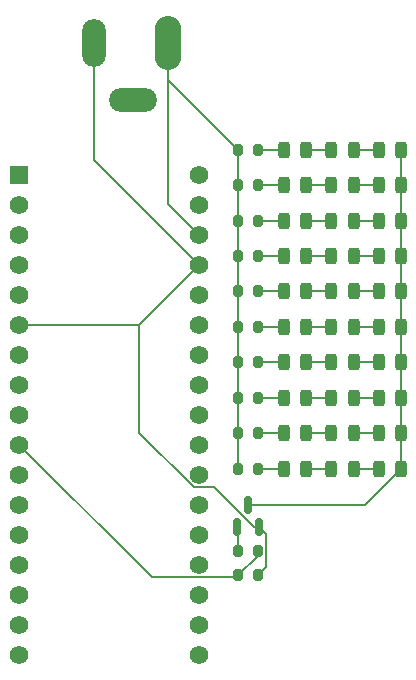
<source format=gbr>
%TF.GenerationSoftware,KiCad,Pcbnew,9.0.2*%
%TF.CreationDate,2025-06-26T16:26:35-07:00*%
%TF.ProjectId,basic-test,62617369-632d-4746-9573-742e6b696361,rev?*%
%TF.SameCoordinates,Original*%
%TF.FileFunction,Copper,L1,Top*%
%TF.FilePolarity,Positive*%
%FSLAX46Y46*%
G04 Gerber Fmt 4.6, Leading zero omitted, Abs format (unit mm)*
G04 Created by KiCad (PCBNEW 9.0.2) date 2025-06-26 16:26:35*
%MOMM*%
%LPD*%
G01*
G04 APERTURE LIST*
G04 Aperture macros list*
%AMRoundRect*
0 Rectangle with rounded corners*
0 $1 Rounding radius*
0 $2 $3 $4 $5 $6 $7 $8 $9 X,Y pos of 4 corners*
0 Add a 4 corners polygon primitive as box body*
4,1,4,$2,$3,$4,$5,$6,$7,$8,$9,$2,$3,0*
0 Add four circle primitives for the rounded corners*
1,1,$1+$1,$2,$3*
1,1,$1+$1,$4,$5*
1,1,$1+$1,$6,$7*
1,1,$1+$1,$8,$9*
0 Add four rect primitives between the rounded corners*
20,1,$1+$1,$2,$3,$4,$5,0*
20,1,$1+$1,$4,$5,$6,$7,0*
20,1,$1+$1,$6,$7,$8,$9,0*
20,1,$1+$1,$8,$9,$2,$3,0*%
G04 Aperture macros list end*
%TA.AperFunction,SMDPad,CuDef*%
%ADD10RoundRect,0.242500X0.242500X0.457500X-0.242500X0.457500X-0.242500X-0.457500X0.242500X-0.457500X0*%
%TD*%
%TA.AperFunction,SMDPad,CuDef*%
%ADD11RoundRect,0.200000X-0.200000X-0.275000X0.200000X-0.275000X0.200000X0.275000X-0.200000X0.275000X0*%
%TD*%
%TA.AperFunction,SMDPad,CuDef*%
%ADD12RoundRect,0.150000X0.150000X-0.590000X0.150000X0.590000X-0.150000X0.590000X-0.150000X-0.590000X0*%
%TD*%
%TA.AperFunction,ComponentPad*%
%ADD13R,1.574800X1.574800*%
%TD*%
%TA.AperFunction,ComponentPad*%
%ADD14C,1.574800*%
%TD*%
%TA.AperFunction,ComponentPad*%
%ADD15O,2.280000X4.560000*%
%TD*%
%TA.AperFunction,ComponentPad*%
%ADD16O,4.050000X2.025000*%
%TD*%
%TA.AperFunction,ComponentPad*%
%ADD17O,2.025000X4.050000*%
%TD*%
%TA.AperFunction,Conductor*%
%ADD18C,0.200000*%
%TD*%
G04 APERTURE END LIST*
D10*
%TO.P,D2,2*%
%TO.N,Net-(D1-Pad1)*%
X139060000Y-80000000D03*
%TO.P,D2,1*%
%TO.N,Net-(D2-Pad1)*%
X140940000Y-80000000D03*
%TD*%
D11*
%TO.P,R12,1*%
%TO.N,Net-(U1-5(PWM))*%
X131180000Y-116000000D03*
%TO.P,R12,2*%
%TO.N,GND*%
X132820000Y-116000000D03*
%TD*%
%TO.P,R11,2*%
%TO.N,Net-(U1-5(PWM))*%
X132820000Y-114000000D03*
%TO.P,R11,1*%
%TO.N,Net-(Q1-G)*%
X131180000Y-114000000D03*
%TD*%
%TO.P,R10,1*%
%TO.N,+7.5V*%
X131180000Y-107000000D03*
%TO.P,R10,2*%
%TO.N,Net-(D28-Pad2)*%
X132820000Y-107000000D03*
%TD*%
%TO.P,R9,1*%
%TO.N,+7.5V*%
X131180000Y-104000000D03*
%TO.P,R9,2*%
%TO.N,Net-(D25-Pad2)*%
X132820000Y-104000000D03*
%TD*%
%TO.P,R8,1*%
%TO.N,+7.5V*%
X131180000Y-101000000D03*
%TO.P,R8,2*%
%TO.N,Net-(D22-Pad2)*%
X132820000Y-101000000D03*
%TD*%
%TO.P,R7,1*%
%TO.N,+7.5V*%
X131180000Y-98000000D03*
%TO.P,R7,2*%
%TO.N,Net-(D19-Pad2)*%
X132820000Y-98000000D03*
%TD*%
%TO.P,R6,1*%
%TO.N,+7.5V*%
X131180000Y-95000000D03*
%TO.P,R6,2*%
%TO.N,Net-(D16-Pad2)*%
X132820000Y-95000000D03*
%TD*%
%TO.P,R5,1*%
%TO.N,+7.5V*%
X131180000Y-92000000D03*
%TO.P,R5,2*%
%TO.N,Net-(D13-Pad2)*%
X132820000Y-92000000D03*
%TD*%
%TO.P,R4,1*%
%TO.N,+7.5V*%
X131180000Y-89000000D03*
%TO.P,R4,2*%
%TO.N,Net-(D10-Pad2)*%
X132820000Y-89000000D03*
%TD*%
%TO.P,R3,1*%
%TO.N,+7.5V*%
X131180000Y-86000000D03*
%TO.P,R3,2*%
%TO.N,Net-(D7-Pad2)*%
X132820000Y-86000000D03*
%TD*%
%TO.P,R2,1*%
%TO.N,+7.5V*%
X131180000Y-83000000D03*
%TO.P,R2,2*%
%TO.N,Net-(D4-Pad2)*%
X132820000Y-83000000D03*
%TD*%
%TO.P,R1,1*%
%TO.N,+7.5V*%
X131180000Y-80000000D03*
%TO.P,R1,2*%
%TO.N,Net-(D1-Pad2)*%
X132820000Y-80000000D03*
%TD*%
D12*
%TO.P,Q1,1,G*%
%TO.N,Net-(Q1-G)*%
X131050000Y-111940000D03*
%TO.P,Q1,2,S*%
%TO.N,GND*%
X132950000Y-111940000D03*
%TO.P,Q1,3,D*%
%TO.N,Net-(Q1-D)*%
X132000000Y-110060000D03*
%TD*%
D10*
%TO.P,D30,1*%
%TO.N,Net-(Q1-D)*%
X144940000Y-107000000D03*
%TO.P,D30,2*%
%TO.N,Net-(D29-Pad1)*%
X143060000Y-107000000D03*
%TD*%
%TO.P,D29,1*%
%TO.N,Net-(D29-Pad1)*%
X140940000Y-107000000D03*
%TO.P,D29,2*%
%TO.N,Net-(D28-Pad1)*%
X139060000Y-107000000D03*
%TD*%
%TO.P,D28,1*%
%TO.N,Net-(D28-Pad1)*%
X136940000Y-107000000D03*
%TO.P,D28,2*%
%TO.N,Net-(D28-Pad2)*%
X135060000Y-107000000D03*
%TD*%
%TO.P,D27,1*%
%TO.N,Net-(Q1-D)*%
X144940000Y-104000000D03*
%TO.P,D27,2*%
%TO.N,Net-(D26-Pad1)*%
X143060000Y-104000000D03*
%TD*%
%TO.P,D26,1*%
%TO.N,Net-(D26-Pad1)*%
X140940000Y-104000000D03*
%TO.P,D26,2*%
%TO.N,Net-(D25-Pad1)*%
X139060000Y-104000000D03*
%TD*%
%TO.P,D25,1*%
%TO.N,Net-(D25-Pad1)*%
X136940000Y-104000000D03*
%TO.P,D25,2*%
%TO.N,Net-(D25-Pad2)*%
X135060000Y-104000000D03*
%TD*%
%TO.P,D24,1*%
%TO.N,Net-(Q1-D)*%
X144940000Y-101000000D03*
%TO.P,D24,2*%
%TO.N,Net-(D23-Pad1)*%
X143060000Y-101000000D03*
%TD*%
%TO.P,D23,1*%
%TO.N,Net-(D23-Pad1)*%
X140940000Y-101000000D03*
%TO.P,D23,2*%
%TO.N,Net-(D22-Pad1)*%
X139060000Y-101000000D03*
%TD*%
%TO.P,D22,1*%
%TO.N,Net-(D22-Pad1)*%
X136940000Y-101000000D03*
%TO.P,D22,2*%
%TO.N,Net-(D22-Pad2)*%
X135060000Y-101000000D03*
%TD*%
%TO.P,D21,1*%
%TO.N,Net-(Q1-D)*%
X144940000Y-98000000D03*
%TO.P,D21,2*%
%TO.N,Net-(D20-Pad1)*%
X143060000Y-98000000D03*
%TD*%
%TO.P,D20,1*%
%TO.N,Net-(D20-Pad1)*%
X140940000Y-98000000D03*
%TO.P,D20,2*%
%TO.N,Net-(D19-Pad1)*%
X139060000Y-98000000D03*
%TD*%
%TO.P,D19,1*%
%TO.N,Net-(D19-Pad1)*%
X136940000Y-98000000D03*
%TO.P,D19,2*%
%TO.N,Net-(D19-Pad2)*%
X135060000Y-98000000D03*
%TD*%
%TO.P,D18,1*%
%TO.N,Net-(Q1-D)*%
X144940000Y-95000000D03*
%TO.P,D18,2*%
%TO.N,Net-(D17-Pad1)*%
X143060000Y-95000000D03*
%TD*%
%TO.P,D17,1*%
%TO.N,Net-(D17-Pad1)*%
X140940000Y-95000000D03*
%TO.P,D17,2*%
%TO.N,Net-(D16-Pad1)*%
X139060000Y-95000000D03*
%TD*%
%TO.P,D16,1*%
%TO.N,Net-(D16-Pad1)*%
X136940000Y-95000000D03*
%TO.P,D16,2*%
%TO.N,Net-(D16-Pad2)*%
X135060000Y-95000000D03*
%TD*%
%TO.P,D15,1*%
%TO.N,Net-(Q1-D)*%
X144940000Y-92000000D03*
%TO.P,D15,2*%
%TO.N,Net-(D14-Pad1)*%
X143060000Y-92000000D03*
%TD*%
%TO.P,D14,1*%
%TO.N,Net-(D14-Pad1)*%
X140940000Y-92000000D03*
%TO.P,D14,2*%
%TO.N,Net-(D13-Pad1)*%
X139060000Y-92000000D03*
%TD*%
%TO.P,D13,1*%
%TO.N,Net-(D13-Pad1)*%
X136940000Y-92000000D03*
%TO.P,D13,2*%
%TO.N,Net-(D13-Pad2)*%
X135060000Y-92000000D03*
%TD*%
%TO.P,D12,1*%
%TO.N,Net-(Q1-D)*%
X144940000Y-89000000D03*
%TO.P,D12,2*%
%TO.N,Net-(D11-Pad1)*%
X143060000Y-89000000D03*
%TD*%
%TO.P,D11,1*%
%TO.N,Net-(D11-Pad1)*%
X140940000Y-89000000D03*
%TO.P,D11,2*%
%TO.N,Net-(D10-Pad1)*%
X139060000Y-89000000D03*
%TD*%
%TO.P,D10,1*%
%TO.N,Net-(D10-Pad1)*%
X136940000Y-89000000D03*
%TO.P,D10,2*%
%TO.N,Net-(D10-Pad2)*%
X135060000Y-89000000D03*
%TD*%
%TO.P,D9,1*%
%TO.N,Net-(Q1-D)*%
X144940000Y-86000000D03*
%TO.P,D9,2*%
%TO.N,Net-(D8-Pad1)*%
X143060000Y-86000000D03*
%TD*%
%TO.P,D8,1*%
%TO.N,Net-(D8-Pad1)*%
X140940000Y-86000000D03*
%TO.P,D8,2*%
%TO.N,Net-(D7-Pad1)*%
X139060000Y-86000000D03*
%TD*%
%TO.P,D7,1*%
%TO.N,Net-(D7-Pad1)*%
X136940000Y-86000000D03*
%TO.P,D7,2*%
%TO.N,Net-(D7-Pad2)*%
X135060000Y-86000000D03*
%TD*%
%TO.P,D6,1*%
%TO.N,Net-(Q1-D)*%
X144940000Y-83000000D03*
%TO.P,D6,2*%
%TO.N,Net-(D5-Pad1)*%
X143060000Y-83000000D03*
%TD*%
%TO.P,D5,1*%
%TO.N,Net-(D5-Pad1)*%
X140940000Y-83000000D03*
%TO.P,D5,2*%
%TO.N,Net-(D4-Pad1)*%
X139060000Y-83000000D03*
%TD*%
%TO.P,D4,1*%
%TO.N,Net-(D4-Pad1)*%
X136940000Y-83000000D03*
%TO.P,D4,2*%
%TO.N,Net-(D4-Pad2)*%
X135060000Y-83000000D03*
%TD*%
%TO.P,D3,1*%
%TO.N,Net-(Q1-D)*%
X144940000Y-80000000D03*
%TO.P,D3,2*%
%TO.N,Net-(D2-Pad1)*%
X143060000Y-80000000D03*
%TD*%
D13*
%TO.P,U1,1,MOSI*%
%TO.N,unconnected-(U1-MOSI-Pad1)*%
X112630000Y-82100000D03*
D14*
%TO.P,U1,2,RX_LED/SS*%
%TO.N,unconnected-(U1-RX_LED{slash}SS-Pad2)*%
X112630000Y-84640000D03*
%TO.P,U1,3,1/TX*%
%TO.N,unconnected-(U1-1{slash}TX-Pad3)*%
X112630000Y-87180000D03*
%TO.P,U1,4,0/RX*%
%TO.N,unconnected-(U1-0{slash}RX-Pad4)*%
X112630000Y-89720000D03*
%TO.P,U1,5,RESET*%
%TO.N,unconnected-(U1-RESET-Pad30)*%
X112630000Y-92260000D03*
%TO.P,U1,6,GND*%
%TO.N,GND*%
X112630000Y-94800000D03*
%TO.P,U1,7,2/SDA*%
%TO.N,unconnected-(U1-2{slash}SDA-Pad7)*%
X112630000Y-97340000D03*
%TO.P,U1,8,3(PWM)/SCL*%
%TO.N,unconnected-(U1-3(PWM){slash}SCL-Pad8)*%
X112630000Y-99880000D03*
%TO.P,U1,9,4/A6*%
%TO.N,unconnected-(U1-4{slash}A6-Pad9)*%
X112630000Y-102420000D03*
%TO.P,U1,10,5(PWM)*%
%TO.N,Net-(U1-5(PWM))*%
X112630000Y-104960000D03*
%TO.P,U1,11,6(PWM)/A7*%
%TO.N,unconnected-(U1-6(PWM){slash}A7-Pad11)*%
X112630000Y-107500000D03*
%TO.P,U1,12,7*%
%TO.N,unconnected-(U1-7-Pad12)*%
X112630000Y-110040000D03*
%TO.P,U1,13,8/A8*%
%TO.N,unconnected-(U1-8{slash}A8-Pad13)*%
X112630000Y-112580000D03*
%TO.P,U1,14,9(PWM)/A9*%
%TO.N,unconnected-(U1-9(PWM){slash}A9-Pad14)*%
X112630000Y-115120000D03*
%TO.P,U1,15,10(PWM)/A10*%
%TO.N,unconnected-(U1-10(PWM){slash}A10-Pad15)*%
X112630000Y-117660000D03*
%TO.P,U1,16,11(PWM)*%
%TO.N,unconnected-(U1-11(PWM)-Pad16)*%
X112630000Y-120200000D03*
%TO.P,U1,17,12/A11*%
%TO.N,unconnected-(U1-12{slash}A11-Pad17)*%
X112630000Y-122740000D03*
%TO.P,U1,18,13(PWM)*%
%TO.N,unconnected-(U1-13(PWM)-Pad18)*%
X127870000Y-122740000D03*
%TO.P,U1,19,3.3V*%
%TO.N,unconnected-(U1-3.3V-Pad19)*%
X127870000Y-120200000D03*
%TO.P,U1,20,AREF*%
%TO.N,unconnected-(U1-AREF-Pad20)*%
X127870000Y-117660000D03*
%TO.P,U1,21,A0*%
%TO.N,unconnected-(U1-A0-Pad21)*%
X127870000Y-115120000D03*
%TO.P,U1,22,A1*%
%TO.N,unconnected-(U1-A1-Pad22)*%
X127870000Y-112580000D03*
%TO.P,U1,23,A2*%
%TO.N,unconnected-(U1-A2-Pad23)*%
X127870000Y-110040000D03*
%TO.P,U1,24,A3*%
%TO.N,unconnected-(U1-A3-Pad24)*%
X127870000Y-107500000D03*
%TO.P,U1,25,A4*%
%TO.N,unconnected-(U1-A4-Pad25)*%
X127870000Y-104960000D03*
%TO.P,U1,26,A5*%
%TO.N,unconnected-(U1-A5-Pad26)*%
X127870000Y-102420000D03*
%TO.P,U1,27*%
%TO.N,N/C*%
X127870000Y-99880000D03*
%TO.P,U1,28*%
X127870000Y-97340000D03*
%TO.P,U1,29,+5V*%
%TO.N,unconnected-(U1-+5V-Pad29)*%
X127870000Y-94800000D03*
%TO.P,U1,30,RESET*%
%TO.N,unconnected-(U1-RESET-Pad30)_1*%
X127870000Y-92260000D03*
%TO.P,U1,31,GND*%
%TO.N,GND*%
X127870000Y-89720000D03*
%TO.P,U1,32,VIN*%
%TO.N,+7.5V*%
X127870000Y-87180000D03*
%TO.P,U1,33,MISO*%
%TO.N,unconnected-(U1-MISO-Pad33)*%
X127870000Y-84640000D03*
%TO.P,U1,34,SCK*%
%TO.N,unconnected-(U1-SCK-Pad34)*%
X127870000Y-82100000D03*
%TD*%
D15*
%TO.P,J1,PIN*%
%TO.N,+7.5V*%
X125250000Y-71000000D03*
D16*
%TO.P,J1,SHUNT*%
%TO.N,unconnected-(J1-PadSHUNT)*%
X122250000Y-75800000D03*
D17*
%TO.P,J1,SLEEVE*%
%TO.N,GND*%
X119000000Y-71000000D03*
%TD*%
D10*
%TO.P,D1,1*%
%TO.N,Net-(D1-Pad1)*%
X136940000Y-80000000D03*
%TO.P,D1,2*%
%TO.N,Net-(D1-Pad2)*%
X135060000Y-80000000D03*
%TD*%
D18*
%TO.N,GND*%
X122790000Y-103959231D02*
X122790000Y-94800000D01*
X127419169Y-108588400D02*
X122790000Y-103959231D01*
X132498032Y-111940000D02*
X129146432Y-108588400D01*
X129146432Y-108588400D02*
X127419169Y-108588400D01*
X132950000Y-111940000D02*
X132498032Y-111940000D01*
%TO.N,+7.5V*%
X125250000Y-84560000D02*
X127870000Y-87180000D01*
X125250000Y-71000000D02*
X125250000Y-84560000D01*
X125250000Y-71000000D02*
X125250000Y-74070000D01*
X125250000Y-74070000D02*
X131180000Y-80000000D01*
%TO.N,GND*%
X119000000Y-80850000D02*
X127870000Y-89720000D01*
X119000000Y-71000000D02*
X119000000Y-80850000D01*
X122790000Y-94800000D02*
X127870000Y-89720000D01*
X112630000Y-94800000D02*
X122790000Y-94800000D01*
%TO.N,Net-(U1-5(PWM))*%
X123878400Y-116208400D02*
X112630000Y-104960000D01*
X130971600Y-116208400D02*
X123878400Y-116208400D01*
X131180000Y-116000000D02*
X130971600Y-116208400D01*
%TO.N,Net-(Q1-G)*%
X131180000Y-112070000D02*
X131050000Y-111940000D01*
X131180000Y-114000000D02*
X131180000Y-112070000D01*
%TO.N,Net-(U1-5(PWM))*%
X132820000Y-114360000D02*
X131180000Y-116000000D01*
X132820000Y-114000000D02*
X132820000Y-114360000D01*
%TO.N,GND*%
X133521000Y-112511000D02*
X133521000Y-115299000D01*
X132950000Y-111940000D02*
X133521000Y-112511000D01*
X133521000Y-115299000D02*
X132820000Y-116000000D01*
%TO.N,Net-(Q1-D)*%
X141880000Y-110060000D02*
X144940000Y-107000000D01*
X132000000Y-110060000D02*
X141880000Y-110060000D01*
%TO.N,Net-(D1-Pad2)*%
X135060000Y-80000000D02*
X132820000Y-80000000D01*
%TO.N,Net-(D1-Pad1)*%
X139060000Y-80000000D02*
X136940000Y-80000000D01*
%TO.N,Net-(D2-Pad1)*%
X143060000Y-80000000D02*
X140940000Y-80000000D01*
%TO.N,Net-(D5-Pad1)*%
X140940000Y-83000000D02*
X143060000Y-83000000D01*
%TO.N,Net-(D4-Pad1)*%
X136940000Y-83000000D02*
X139060000Y-83000000D01*
%TO.N,Net-(D4-Pad2)*%
X132820000Y-83000000D02*
X135060000Y-83000000D01*
%TO.N,Net-(D7-Pad2)*%
X135060000Y-86000000D02*
X132820000Y-86000000D01*
%TO.N,Net-(D7-Pad1)*%
X139060000Y-86000000D02*
X136940000Y-86000000D01*
%TO.N,Net-(D8-Pad1)*%
X143060000Y-86000000D02*
X140940000Y-86000000D01*
%TO.N,Net-(D11-Pad1)*%
X140940000Y-89000000D02*
X143060000Y-89000000D01*
%TO.N,Net-(D10-Pad1)*%
X136940000Y-89000000D02*
X139060000Y-89000000D01*
%TO.N,Net-(D10-Pad2)*%
X132820000Y-89000000D02*
X135060000Y-89000000D01*
%TO.N,Net-(D13-Pad2)*%
X135060000Y-92000000D02*
X132820000Y-92000000D01*
%TO.N,Net-(D13-Pad1)*%
X139060000Y-92000000D02*
X136940000Y-92000000D01*
%TO.N,Net-(D14-Pad1)*%
X143060000Y-92000000D02*
X140940000Y-92000000D01*
%TO.N,Net-(D17-Pad1)*%
X140940000Y-95000000D02*
X143060000Y-95000000D01*
%TO.N,Net-(D16-Pad1)*%
X136940000Y-95000000D02*
X139060000Y-95000000D01*
%TO.N,Net-(D16-Pad2)*%
X132820000Y-95000000D02*
X135060000Y-95000000D01*
%TO.N,Net-(D19-Pad2)*%
X135060000Y-98000000D02*
X132820000Y-98000000D01*
%TO.N,Net-(D19-Pad1)*%
X139060000Y-98000000D02*
X136940000Y-98000000D01*
%TO.N,Net-(D20-Pad1)*%
X143060000Y-98000000D02*
X140940000Y-98000000D01*
%TO.N,Net-(D23-Pad1)*%
X140940000Y-101000000D02*
X143060000Y-101000000D01*
%TO.N,Net-(D22-Pad1)*%
X136940000Y-101000000D02*
X139060000Y-101000000D01*
%TO.N,Net-(D22-Pad2)*%
X132820000Y-101000000D02*
X135060000Y-101000000D01*
%TO.N,Net-(D25-Pad2)*%
X135060000Y-104000000D02*
X132820000Y-104000000D01*
%TO.N,Net-(D25-Pad1)*%
X139060000Y-104000000D02*
X136940000Y-104000000D01*
%TO.N,Net-(D26-Pad1)*%
X143060000Y-104000000D02*
X140940000Y-104000000D01*
%TO.N,Net-(D29-Pad1)*%
X140940000Y-107000000D02*
X143060000Y-107000000D01*
%TO.N,Net-(D28-Pad1)*%
X136940000Y-107000000D02*
X139060000Y-107000000D01*
%TO.N,Net-(D28-Pad2)*%
X132820000Y-107000000D02*
X135060000Y-107000000D01*
%TO.N,Net-(Q1-D)*%
X144940000Y-104000000D02*
X144940000Y-107000000D01*
X144940000Y-101000000D02*
X144940000Y-104000000D01*
X144940000Y-101000000D02*
X144940000Y-98000000D01*
X144940000Y-95000000D02*
X144940000Y-98000000D01*
X144940000Y-92000000D02*
X144940000Y-95000000D01*
X144940000Y-89000000D02*
X144940000Y-92000000D01*
X144940000Y-86000000D02*
X144940000Y-89000000D01*
X144940000Y-83000000D02*
X144940000Y-86000000D01*
X144940000Y-80000000D02*
X144940000Y-83000000D01*
%TO.N,+7.5V*%
X131180000Y-92000000D02*
X131180000Y-95000000D01*
X131180000Y-89000000D02*
X131180000Y-92000000D01*
X131180000Y-86000000D02*
X131180000Y-89000000D01*
X131180000Y-83000000D02*
X131180000Y-86000000D01*
X131180000Y-80000000D02*
X131180000Y-83000000D01*
X131180000Y-98000000D02*
X131180000Y-95000000D01*
X131180000Y-98000000D02*
X131180000Y-101000000D01*
X131180000Y-104000000D02*
X131180000Y-101000000D01*
X131180000Y-107000000D02*
X131180000Y-104000000D01*
%TD*%
M02*

</source>
